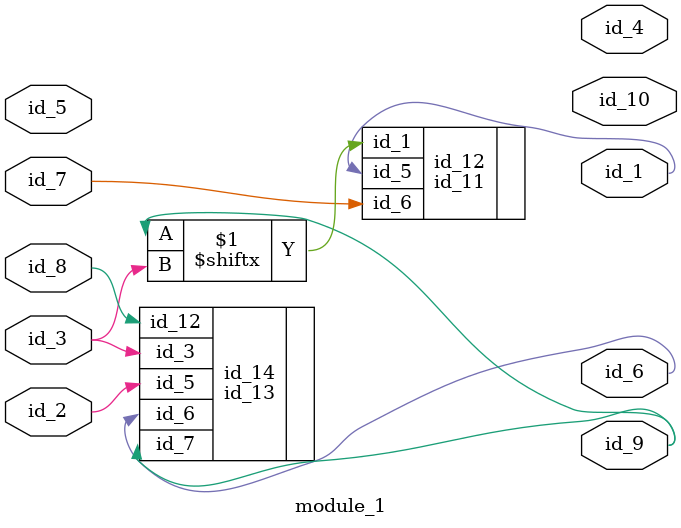
<source format=v>
module module_0 (
    id_1,
    id_2,
    id_3,
    id_4,
    id_5
);
  input id_5;
  input id_4;
  input id_3;
  output id_2;
  input id_1;
  logic id_6 (
      id_5,
      id_2
  );
endmodule
module module_1 (
    id_1,
    id_2,
    id_3,
    id_4,
    id_5,
    id_6,
    id_7,
    id_8,
    id_9,
    id_10
);
  output id_10;
  output id_9;
  input id_8;
  input id_7;
  output id_6;
  input id_5;
  output id_4;
  input id_3;
  input id_2;
  output id_1;
  id_11 id_12 (
      .id_1(id_9[(id_1) : id_3]),
      .id_6(id_7),
      .id_5(id_1)
  );
  id_13 id_14 (
      .id_5 (id_5),
      .id_7 (id_6),
      .id_6 (id_6),
      .id_7 (id_9),
      .id_12(id_8),
      .id_5 (id_2),
      .id_3 (id_3)
  );
endmodule

</source>
